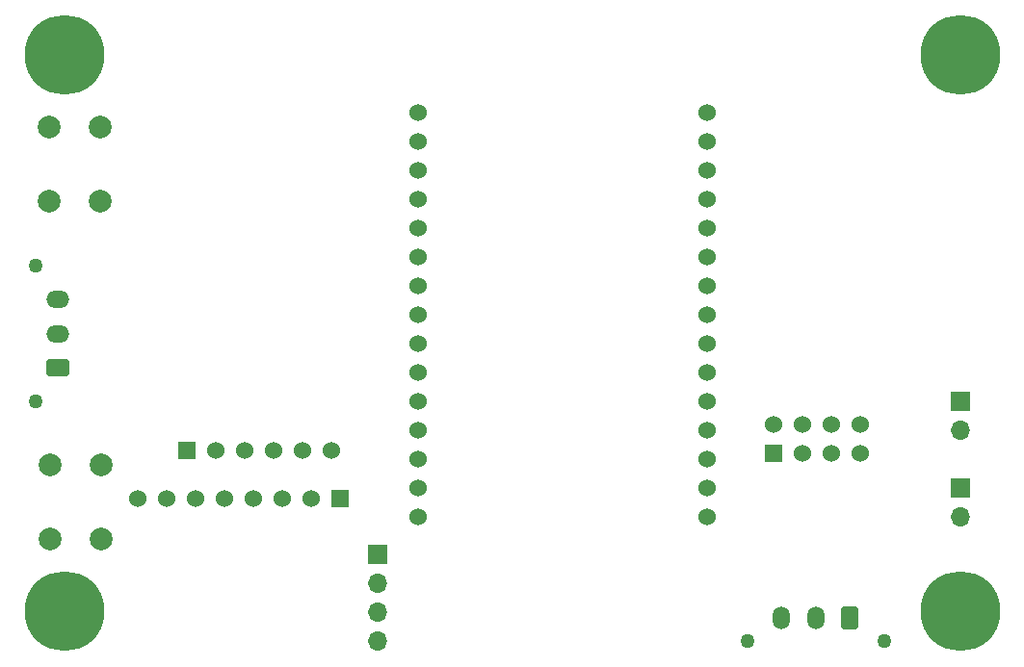
<source format=gbs>
G04 #@! TF.GenerationSoftware,KiCad,Pcbnew,7.0.9*
G04 #@! TF.CreationDate,2023-11-18T03:00:04-05:00*
G04 #@! TF.ProjectId,RLM,524c4d2e-6b69-4636-9164-5f7063625858,rev?*
G04 #@! TF.SameCoordinates,Original*
G04 #@! TF.FileFunction,Soldermask,Bot*
G04 #@! TF.FilePolarity,Negative*
%FSLAX46Y46*%
G04 Gerber Fmt 4.6, Leading zero omitted, Abs format (unit mm)*
G04 Created by KiCad (PCBNEW 7.0.9) date 2023-11-18 03:00:04*
%MOMM*%
%LPD*%
G01*
G04 APERTURE LIST*
G04 Aperture macros list*
%AMRoundRect*
0 Rectangle with rounded corners*
0 $1 Rounding radius*
0 $2 $3 $4 $5 $6 $7 $8 $9 X,Y pos of 4 corners*
0 Add a 4 corners polygon primitive as box body*
4,1,4,$2,$3,$4,$5,$6,$7,$8,$9,$2,$3,0*
0 Add four circle primitives for the rounded corners*
1,1,$1+$1,$2,$3*
1,1,$1+$1,$4,$5*
1,1,$1+$1,$6,$7*
1,1,$1+$1,$8,$9*
0 Add four rect primitives between the rounded corners*
20,1,$1+$1,$2,$3,$4,$5,0*
20,1,$1+$1,$4,$5,$6,$7,0*
20,1,$1+$1,$6,$7,$8,$9,0*
20,1,$1+$1,$8,$9,$2,$3,0*%
G04 Aperture macros list end*
%ADD10C,1.270000*%
%ADD11RoundRect,0.250001X0.499999X0.759999X-0.499999X0.759999X-0.499999X-0.759999X0.499999X-0.759999X0*%
%ADD12O,1.500000X2.020000*%
%ADD13R,1.700000X1.700000*%
%ADD14O,1.700000X1.700000*%
%ADD15C,2.000000*%
%ADD16C,1.524000*%
%ADD17RoundRect,0.250001X0.759999X-0.499999X0.759999X0.499999X-0.759999X0.499999X-0.759999X-0.499999X0*%
%ADD18O,2.020000X1.500000*%
%ADD19C,7.000000*%
%ADD20R,1.524000X1.524000*%
G04 APERTURE END LIST*
D10*
X150780000Y-88320000D03*
X138780000Y-88320000D03*
D11*
X147780000Y-86360000D03*
D12*
X144780000Y-86360000D03*
X141780000Y-86360000D03*
D13*
X157480000Y-74925000D03*
D14*
X157480000Y-77465000D03*
D15*
X77415000Y-49680000D03*
X77415000Y-43180000D03*
X81915000Y-49680000D03*
X81915000Y-43180000D03*
D16*
X135255000Y-77466000D03*
X135255000Y-74926000D03*
X135255000Y-72386000D03*
X135255000Y-69846000D03*
X135255000Y-67306000D03*
X135255000Y-64766000D03*
X135255000Y-62226000D03*
X135255000Y-59686000D03*
X135255000Y-57146000D03*
X135255000Y-54606000D03*
X135255000Y-52066000D03*
X135255000Y-49526000D03*
X135255000Y-46986000D03*
X135255000Y-44446000D03*
X135255000Y-41906000D03*
X109855000Y-41906000D03*
X109855000Y-44446000D03*
X109855000Y-46986000D03*
X109855000Y-49526000D03*
X109855000Y-52066000D03*
X109855000Y-54606000D03*
X109855000Y-57146000D03*
X109855000Y-59686000D03*
X109855000Y-62226000D03*
X109855000Y-64766000D03*
X109855000Y-67306000D03*
X109855000Y-69846000D03*
X109855000Y-72386000D03*
X109855000Y-74926000D03*
X109855000Y-77466000D03*
D10*
X76200000Y-67310000D03*
X76200000Y-55310000D03*
D17*
X78160000Y-64310000D03*
D18*
X78160000Y-61310000D03*
X78160000Y-58310000D03*
D19*
X78740000Y-85725000D03*
D13*
X157480000Y-67305000D03*
D14*
X157480000Y-69845000D03*
D20*
X89535000Y-71596000D03*
D16*
X92075000Y-71596000D03*
X94615000Y-71596000D03*
X97155000Y-71596000D03*
X99695000Y-71596000D03*
X102235000Y-71596000D03*
D20*
X102997000Y-75822000D03*
D16*
X100457000Y-75822000D03*
X97917000Y-75822000D03*
X95377000Y-75822000D03*
X92837000Y-75822000D03*
X90297000Y-75822000D03*
X87757000Y-75822000D03*
X85217000Y-75822000D03*
D13*
X106299000Y-80772000D03*
D14*
X106299000Y-83312000D03*
X106299000Y-85852000D03*
X106299000Y-88392000D03*
D20*
X141097000Y-71862000D03*
D16*
X141097000Y-69322000D03*
X143637000Y-71862000D03*
X143637000Y-69322000D03*
X146177000Y-71862000D03*
X146177000Y-69322000D03*
X148717000Y-71862000D03*
X148717000Y-69322000D03*
D15*
X77470000Y-79375000D03*
X77470000Y-72875000D03*
X81970000Y-79375000D03*
X81970000Y-72875000D03*
D19*
X157480000Y-85725000D03*
X157480000Y-36830000D03*
X78740000Y-36830000D03*
M02*

</source>
